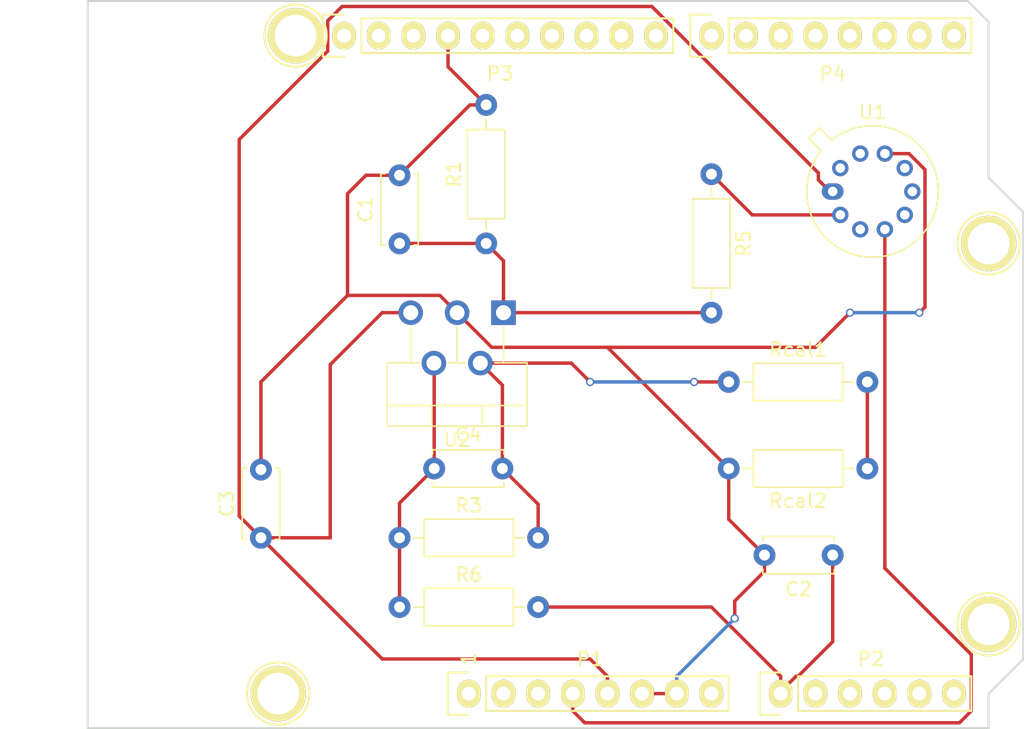
<source format=kicad_pcb>
(kicad_pcb (version 20171130) (host pcbnew 5.1.5-52549c5~84~ubuntu18.04.1)

  (general
    (thickness 1.6)
    (drawings 27)
    (tracks 89)
    (zones 0)
    (modules 20)
    (nets 10)
  )

  (page A4)
  (title_block
    (date "lun. 30 mars 2015")
  )

  (layers
    (0 F.Cu signal)
    (31 B.Cu signal)
    (32 B.Adhes user)
    (33 F.Adhes user)
    (34 B.Paste user)
    (35 F.Paste user)
    (36 B.SilkS user)
    (37 F.SilkS user)
    (38 B.Mask user)
    (39 F.Mask user)
    (40 Dwgs.User user)
    (41 Cmts.User user)
    (42 Eco1.User user)
    (43 Eco2.User user)
    (44 Edge.Cuts user)
    (45 Margin user)
    (46 B.CrtYd user)
    (47 F.CrtYd user)
    (48 B.Fab user)
    (49 F.Fab user)
  )

  (setup
    (last_trace_width 0.25)
    (user_trace_width 0.5)
    (trace_clearance 0.2)
    (zone_clearance 0.508)
    (zone_45_only no)
    (trace_min 0.2)
    (via_size 0.6)
    (via_drill 0.4)
    (via_min_size 0.4)
    (via_min_drill 0.3)
    (uvia_size 0.3)
    (uvia_drill 0.1)
    (uvias_allowed no)
    (uvia_min_size 0.2)
    (uvia_min_drill 0.1)
    (edge_width 0.15)
    (segment_width 0.15)
    (pcb_text_width 0.3)
    (pcb_text_size 1.5 1.5)
    (mod_edge_width 0.15)
    (mod_text_size 1 1)
    (mod_text_width 0.15)
    (pad_size 4.064 4.064)
    (pad_drill 3.048)
    (pad_to_mask_clearance 0)
    (aux_axis_origin 110.998 126.365)
    (grid_origin 110.998 126.365)
    (visible_elements FFFFFF7F)
    (pcbplotparams
      (layerselection 0x00030_80000001)
      (usegerberextensions false)
      (usegerberattributes false)
      (usegerberadvancedattributes false)
      (creategerberjobfile false)
      (excludeedgelayer true)
      (linewidth 0.100000)
      (plotframeref false)
      (viasonmask false)
      (mode 1)
      (useauxorigin false)
      (hpglpennumber 1)
      (hpglpenspeed 20)
      (hpglpendiameter 15.000000)
      (psnegative false)
      (psa4output false)
      (plotreference true)
      (plotvalue true)
      (plotinvisibletext false)
      (padsonsilk false)
      (subtractmaskfromsilk false)
      (outputformat 1)
      (mirror false)
      (drillshape 1)
      (scaleselection 1)
      (outputdirectory ""))
  )

  (net 0 "")
  (net 1 +5V)
  (net 2 GND)
  (net 3 "Net-(C1-Pad1)")
  (net 4 ANx.Arduino)
  (net 5 "Net-(C4-Pad2)")
  (net 6 "Net-(C4-Pad1)")
  (net 7 "Net-(Rcal1-Pad2)")
  (net 8 +3V3)
  (net 9 "Net-(R5-Pad1)")

  (net_class Default "This is the default net class."
    (clearance 0.2)
    (trace_width 0.25)
    (via_dia 0.6)
    (via_drill 0.4)
    (uvia_dia 0.3)
    (uvia_drill 0.1)
    (add_net +3V3)
    (add_net +5V)
    (add_net ANx.Arduino)
    (add_net GND)
    (add_net "Net-(C1-Pad1)")
    (add_net "Net-(C4-Pad1)")
    (add_net "Net-(C4-Pad2)")
    (add_net "Net-(R5-Pad1)")
    (add_net "Net-(Rcal1-Pad2)")
  )

  (module Package_TO_SOT_THT:TO-220-5_P3.4x3.7mm_StaggerOdd_Lead3.8mm_Vertical (layer F.Cu) (tedit 5AF05A31) (tstamp 5DF916F2)
    (at 141.478 95.885 180)
    (descr "TO-220-5, Vertical, RM 1.7mm, Pentawatt, Multiwatt-5, staggered type-1, see http://www.analog.com/media/en/package-pcb-resources/package/pkg_pdf/ltc-legacy-to-220/to-220_5_05-08-1421.pdf?domain=www.linear.com, https://www.diodes.com/assets/Package-Files/TO220-5.pdf")
    (tags "TO-220-5 Vertical RM 1.7mm Pentawatt Multiwatt-5 staggered type-1")
    (path /5DFE907D)
    (fp_text reference U2 (at 3.4 -9.32) (layer F.SilkS)
      (effects (font (size 1 1) (thickness 0.15)))
    )
    (fp_text value LM1875 (at 3.4 2.15) (layer F.Fab)
      (effects (font (size 1 1) (thickness 0.15)))
    )
    (fp_text user %R (at 3.4 -9.32) (layer F.Fab)
      (effects (font (size 1 1) (thickness 0.15)))
    )
    (fp_line (start 8.65 -8.45) (end -1.85 -8.45) (layer F.CrtYd) (width 0.05))
    (fp_line (start 8.65 1.15) (end 8.65 -8.45) (layer F.CrtYd) (width 0.05))
    (fp_line (start -1.85 1.15) (end 8.65 1.15) (layer F.CrtYd) (width 0.05))
    (fp_line (start -1.85 -8.45) (end -1.85 1.15) (layer F.CrtYd) (width 0.05))
    (fp_line (start 6.8 -3.679) (end 6.8 -1.065) (layer F.SilkS) (width 0.12))
    (fp_line (start 3.4 -3.679) (end 3.4 -1.065) (layer F.SilkS) (width 0.12))
    (fp_line (start 0 -3.679) (end 0 -1.049) (layer F.SilkS) (width 0.12))
    (fp_line (start 5.25 -8.32) (end 5.25 -6.811) (layer F.SilkS) (width 0.12))
    (fp_line (start 1.55 -8.32) (end 1.55 -6.811) (layer F.SilkS) (width 0.12))
    (fp_line (start -1.721 -6.811) (end 8.52 -6.811) (layer F.SilkS) (width 0.12))
    (fp_line (start 8.52 -8.32) (end 8.52 -3.679) (layer F.SilkS) (width 0.12))
    (fp_line (start -1.721 -8.32) (end -1.721 -3.679) (layer F.SilkS) (width 0.12))
    (fp_line (start 6.165 -3.679) (end 8.52 -3.679) (layer F.SilkS) (width 0.12))
    (fp_line (start 2.765 -3.679) (end 4.035 -3.679) (layer F.SilkS) (width 0.12))
    (fp_line (start -1.721 -3.679) (end 0.635 -3.679) (layer F.SilkS) (width 0.12))
    (fp_line (start -1.721 -8.32) (end 8.52 -8.32) (layer F.SilkS) (width 0.12))
    (fp_line (start 6.8 -3.8) (end 6.8 0) (layer F.Fab) (width 0.1))
    (fp_line (start 5.1 -3.8) (end 5.1 -3.7) (layer F.Fab) (width 0.1))
    (fp_line (start 3.4 -3.8) (end 3.4 0) (layer F.Fab) (width 0.1))
    (fp_line (start 1.7 -3.8) (end 1.7 -3.7) (layer F.Fab) (width 0.1))
    (fp_line (start 0 -3.8) (end 0 0) (layer F.Fab) (width 0.1))
    (fp_line (start 5.25 -8.2) (end 5.25 -6.93) (layer F.Fab) (width 0.1))
    (fp_line (start 1.55 -8.2) (end 1.55 -6.93) (layer F.Fab) (width 0.1))
    (fp_line (start -1.6 -6.93) (end 8.4 -6.93) (layer F.Fab) (width 0.1))
    (fp_line (start 8.4 -8.2) (end -1.6 -8.2) (layer F.Fab) (width 0.1))
    (fp_line (start 8.4 -3.8) (end 8.4 -8.2) (layer F.Fab) (width 0.1))
    (fp_line (start -1.6 -3.8) (end 8.4 -3.8) (layer F.Fab) (width 0.1))
    (fp_line (start -1.6 -8.2) (end -1.6 -3.8) (layer F.Fab) (width 0.1))
    (pad 5 thru_hole oval (at 6.8 0 180) (size 1.8 1.8) (drill 1.1) (layers *.Cu *.Mask)
      (net 1 +5V))
    (pad 4 thru_hole oval (at 5.1 -3.7 180) (size 1.8 1.8) (drill 1.1) (layers *.Cu *.Mask)
      (net 6 "Net-(C4-Pad1)"))
    (pad 3 thru_hole oval (at 3.4 0 180) (size 1.8 1.8) (drill 1.1) (layers *.Cu *.Mask)
      (net 2 GND))
    (pad 2 thru_hole oval (at 1.7 -3.7 180) (size 1.8 1.8) (drill 1.1) (layers *.Cu *.Mask)
      (net 5 "Net-(C4-Pad2)"))
    (pad 1 thru_hole rect (at 0 0 180) (size 1.8 1.8) (drill 1.1) (layers *.Cu *.Mask)
      (net 3 "Net-(C1-Pad1)"))
    (model ${KISYS3DMOD}/Package_TO_SOT_THT.3dshapes/TO-220-5_P3.4x3.7mm_StaggerOdd_Lead3.8mm_Vertical.wrl
      (at (xyz 0 0 0))
      (scale (xyz 1 1 1))
      (rotate (xyz 0 0 0))
    )
  )

  (module Package_TO_SOT_THT:TO-5-10 (layer F.Cu) (tedit 5A02FF81) (tstamp 5DF916CC)
    (at 165.608 86.995)
    (descr TO-5-10)
    (tags TO-5-10)
    (path /5DFA8349)
    (fp_text reference U1 (at 2.92 -5.82) (layer F.SilkS)
      (effects (font (size 1 1) (thickness 0.15)))
    )
    (fp_text value GasAIME (at 2.92 5.82) (layer F.Fab)
      (effects (font (size 1 1) (thickness 0.15)))
    )
    (fp_arc (start 2.92 0) (end -0.077084 -3.774902) (angle 346.9) (layer F.SilkS) (width 0.12))
    (fp_arc (start 2.92 0) (end -0.085408 -3.61352) (angle 349.5) (layer F.Fab) (width 0.1))
    (fp_circle (center 2.92 0) (end 7.17 0) (layer F.Fab) (width 0.1))
    (fp_line (start 7.87 -4.95) (end -2.04 -4.95) (layer F.CrtYd) (width 0.05))
    (fp_line (start 7.87 4.95) (end 7.87 -4.95) (layer F.CrtYd) (width 0.05))
    (fp_line (start -2.04 4.95) (end 7.87 4.95) (layer F.CrtYd) (width 0.05))
    (fp_line (start -2.04 -4.95) (end -2.04 4.95) (layer F.CrtYd) (width 0.05))
    (fp_line (start -1.745856 -3.888039) (end -0.854902 -2.997084) (layer F.SilkS) (width 0.12))
    (fp_line (start -0.968039 -4.665856) (end -1.745856 -3.888039) (layer F.SilkS) (width 0.12))
    (fp_line (start -0.077084 -3.774902) (end -0.968039 -4.665856) (layer F.SilkS) (width 0.12))
    (fp_line (start -1.499621 -3.81151) (end -0.69352 -3.005408) (layer F.Fab) (width 0.1))
    (fp_line (start -0.89151 -4.419621) (end -1.499621 -3.81151) (layer F.Fab) (width 0.1))
    (fp_line (start -0.085408 -3.61352) (end -0.89151 -4.419621) (layer F.Fab) (width 0.1))
    (fp_text user %R (at 2.92 -5.82) (layer F.Fab)
      (effects (font (size 1 1) (thickness 0.15)))
    )
    (pad 10 thru_hole oval (at 0.55767 -1.716333) (size 1.2 1.2) (drill 0.7) (layers *.Cu *.Mask))
    (pad 9 thru_hole oval (at 2.01767 -2.777085) (size 1.2 1.2) (drill 0.7) (layers *.Cu *.Mask))
    (pad 8 thru_hole oval (at 3.82233 -2.777085) (size 1.2 1.2) (drill 0.7) (layers *.Cu *.Mask)
      (net 2 GND))
    (pad 7 thru_hole oval (at 5.28233 -1.716333) (size 1.2 1.2) (drill 0.7) (layers *.Cu *.Mask))
    (pad 6 thru_hole oval (at 5.84 0) (size 1.2 1.2) (drill 0.7) (layers *.Cu *.Mask))
    (pad 5 thru_hole oval (at 5.28233 1.716333) (size 1.2 1.2) (drill 0.7) (layers *.Cu *.Mask))
    (pad 4 thru_hole oval (at 3.82233 2.777085) (size 1.2 1.2) (drill 0.7) (layers *.Cu *.Mask)
      (net 8 +3V3))
    (pad 3 thru_hole oval (at 2.01767 2.777085) (size 1.2 1.2) (drill 0.7) (layers *.Cu *.Mask))
    (pad 2 thru_hole oval (at 0.55767 1.716333) (size 1.2 1.2) (drill 0.7) (layers *.Cu *.Mask)
      (net 9 "Net-(R5-Pad1)"))
    (pad 1 thru_hole oval (at 0 0) (size 1.6 1.2) (drill 0.7) (layers *.Cu *.Mask)
      (net 1 +5V))
    (model ${KISYS3DMOD}/Package_TO_SOT_THT.3dshapes/TO-5-10.wrl
      (at (xyz 0 0 0))
      (scale (xyz 1 1 1))
      (rotate (xyz 0 0 0))
    )
  )

  (module Resistor_THT:R_Axial_DIN0207_L6.3mm_D2.5mm_P10.16mm_Horizontal (layer F.Cu) (tedit 5AE5139B) (tstamp 5DF916B0)
    (at 168.148 107.315 180)
    (descr "Resistor, Axial_DIN0207 series, Axial, Horizontal, pin pitch=10.16mm, 0.25W = 1/4W, length*diameter=6.3*2.5mm^2, http://cdn-reichelt.de/documents/datenblatt/B400/1_4W%23YAG.pdf")
    (tags "Resistor Axial_DIN0207 series Axial Horizontal pin pitch 10.16mm 0.25W = 1/4W length 6.3mm diameter 2.5mm")
    (path /5DFEE007)
    (fp_text reference Rcal2 (at 5.08 -2.37) (layer F.SilkS)
      (effects (font (size 1 1) (thickness 0.15)))
    )
    (fp_text value 100k (at 5.08 2.37) (layer F.Fab)
      (effects (font (size 1 1) (thickness 0.15)))
    )
    (fp_text user %R (at 5.08 0) (layer F.Fab)
      (effects (font (size 1 1) (thickness 0.15)))
    )
    (fp_line (start 11.21 -1.5) (end -1.05 -1.5) (layer F.CrtYd) (width 0.05))
    (fp_line (start 11.21 1.5) (end 11.21 -1.5) (layer F.CrtYd) (width 0.05))
    (fp_line (start -1.05 1.5) (end 11.21 1.5) (layer F.CrtYd) (width 0.05))
    (fp_line (start -1.05 -1.5) (end -1.05 1.5) (layer F.CrtYd) (width 0.05))
    (fp_line (start 9.12 0) (end 8.35 0) (layer F.SilkS) (width 0.12))
    (fp_line (start 1.04 0) (end 1.81 0) (layer F.SilkS) (width 0.12))
    (fp_line (start 8.35 -1.37) (end 1.81 -1.37) (layer F.SilkS) (width 0.12))
    (fp_line (start 8.35 1.37) (end 8.35 -1.37) (layer F.SilkS) (width 0.12))
    (fp_line (start 1.81 1.37) (end 8.35 1.37) (layer F.SilkS) (width 0.12))
    (fp_line (start 1.81 -1.37) (end 1.81 1.37) (layer F.SilkS) (width 0.12))
    (fp_line (start 10.16 0) (end 8.23 0) (layer F.Fab) (width 0.1))
    (fp_line (start 0 0) (end 1.93 0) (layer F.Fab) (width 0.1))
    (fp_line (start 8.23 -1.25) (end 1.93 -1.25) (layer F.Fab) (width 0.1))
    (fp_line (start 8.23 1.25) (end 8.23 -1.25) (layer F.Fab) (width 0.1))
    (fp_line (start 1.93 1.25) (end 8.23 1.25) (layer F.Fab) (width 0.1))
    (fp_line (start 1.93 -1.25) (end 1.93 1.25) (layer F.Fab) (width 0.1))
    (pad 2 thru_hole oval (at 10.16 0 180) (size 1.6 1.6) (drill 0.8) (layers *.Cu *.Mask)
      (net 2 GND))
    (pad 1 thru_hole circle (at 0 0 180) (size 1.6 1.6) (drill 0.8) (layers *.Cu *.Mask)
      (net 7 "Net-(Rcal1-Pad2)"))
    (model ${KISYS3DMOD}/Resistor_THT.3dshapes/R_Axial_DIN0207_L6.3mm_D2.5mm_P10.16mm_Horizontal.wrl
      (at (xyz 0 0 0))
      (scale (xyz 1 1 1))
      (rotate (xyz 0 0 0))
    )
  )

  (module Resistor_THT:R_Axial_DIN0207_L6.3mm_D2.5mm_P10.16mm_Horizontal (layer F.Cu) (tedit 5AE5139B) (tstamp 5DF91699)
    (at 157.988 100.965)
    (descr "Resistor, Axial_DIN0207 series, Axial, Horizontal, pin pitch=10.16mm, 0.25W = 1/4W, length*diameter=6.3*2.5mm^2, http://cdn-reichelt.de/documents/datenblatt/B400/1_4W%23YAG.pdf")
    (tags "Resistor Axial_DIN0207 series Axial Horizontal pin pitch 10.16mm 0.25W = 1/4W length 6.3mm diameter 2.5mm")
    (path /5DFECC7C)
    (fp_text reference Rcal1 (at 5.08 -2.37) (layer F.SilkS)
      (effects (font (size 1 1) (thickness 0.15)))
    )
    (fp_text value 100k (at 5.08 2.37) (layer F.Fab)
      (effects (font (size 1 1) (thickness 0.15)))
    )
    (fp_text user %R (at 5.08 0 180) (layer F.Fab)
      (effects (font (size 1 1) (thickness 0.15)))
    )
    (fp_line (start 11.21 -1.5) (end -1.05 -1.5) (layer F.CrtYd) (width 0.05))
    (fp_line (start 11.21 1.5) (end 11.21 -1.5) (layer F.CrtYd) (width 0.05))
    (fp_line (start -1.05 1.5) (end 11.21 1.5) (layer F.CrtYd) (width 0.05))
    (fp_line (start -1.05 -1.5) (end -1.05 1.5) (layer F.CrtYd) (width 0.05))
    (fp_line (start 9.12 0) (end 8.35 0) (layer F.SilkS) (width 0.12))
    (fp_line (start 1.04 0) (end 1.81 0) (layer F.SilkS) (width 0.12))
    (fp_line (start 8.35 -1.37) (end 1.81 -1.37) (layer F.SilkS) (width 0.12))
    (fp_line (start 8.35 1.37) (end 8.35 -1.37) (layer F.SilkS) (width 0.12))
    (fp_line (start 1.81 1.37) (end 8.35 1.37) (layer F.SilkS) (width 0.12))
    (fp_line (start 1.81 -1.37) (end 1.81 1.37) (layer F.SilkS) (width 0.12))
    (fp_line (start 10.16 0) (end 8.23 0) (layer F.Fab) (width 0.1))
    (fp_line (start 0 0) (end 1.93 0) (layer F.Fab) (width 0.1))
    (fp_line (start 8.23 -1.25) (end 1.93 -1.25) (layer F.Fab) (width 0.1))
    (fp_line (start 8.23 1.25) (end 8.23 -1.25) (layer F.Fab) (width 0.1))
    (fp_line (start 1.93 1.25) (end 8.23 1.25) (layer F.Fab) (width 0.1))
    (fp_line (start 1.93 -1.25) (end 1.93 1.25) (layer F.Fab) (width 0.1))
    (pad 2 thru_hole oval (at 10.16 0) (size 1.6 1.6) (drill 0.8) (layers *.Cu *.Mask)
      (net 7 "Net-(Rcal1-Pad2)"))
    (pad 1 thru_hole circle (at 0 0) (size 1.6 1.6) (drill 0.8) (layers *.Cu *.Mask)
      (net 5 "Net-(C4-Pad2)"))
    (model ${KISYS3DMOD}/Resistor_THT.3dshapes/R_Axial_DIN0207_L6.3mm_D2.5mm_P10.16mm_Horizontal.wrl
      (at (xyz 0 0 0))
      (scale (xyz 1 1 1))
      (rotate (xyz 0 0 0))
    )
  )

  (module Resistor_THT:R_Axial_DIN0207_L6.3mm_D2.5mm_P10.16mm_Horizontal (layer F.Cu) (tedit 5AE5139B) (tstamp 5DF91682)
    (at 133.858 117.475)
    (descr "Resistor, Axial_DIN0207 series, Axial, Horizontal, pin pitch=10.16mm, 0.25W = 1/4W, length*diameter=6.3*2.5mm^2, http://cdn-reichelt.de/documents/datenblatt/B400/1_4W%23YAG.pdf")
    (tags "Resistor Axial_DIN0207 series Axial Horizontal pin pitch 10.16mm 0.25W = 1/4W length 6.3mm diameter 2.5mm")
    (path /5E0295B3)
    (fp_text reference R6 (at 5.08 -2.37) (layer F.SilkS)
      (effects (font (size 1 1) (thickness 0.15)))
    )
    (fp_text value 1k (at 5.08 2.37) (layer F.Fab)
      (effects (font (size 1 1) (thickness 0.15)))
    )
    (fp_text user %R (at 5.08 0) (layer F.Fab)
      (effects (font (size 1 1) (thickness 0.15)))
    )
    (fp_line (start 11.21 -1.5) (end -1.05 -1.5) (layer F.CrtYd) (width 0.05))
    (fp_line (start 11.21 1.5) (end 11.21 -1.5) (layer F.CrtYd) (width 0.05))
    (fp_line (start -1.05 1.5) (end 11.21 1.5) (layer F.CrtYd) (width 0.05))
    (fp_line (start -1.05 -1.5) (end -1.05 1.5) (layer F.CrtYd) (width 0.05))
    (fp_line (start 9.12 0) (end 8.35 0) (layer F.SilkS) (width 0.12))
    (fp_line (start 1.04 0) (end 1.81 0) (layer F.SilkS) (width 0.12))
    (fp_line (start 8.35 -1.37) (end 1.81 -1.37) (layer F.SilkS) (width 0.12))
    (fp_line (start 8.35 1.37) (end 8.35 -1.37) (layer F.SilkS) (width 0.12))
    (fp_line (start 1.81 1.37) (end 8.35 1.37) (layer F.SilkS) (width 0.12))
    (fp_line (start 1.81 -1.37) (end 1.81 1.37) (layer F.SilkS) (width 0.12))
    (fp_line (start 10.16 0) (end 8.23 0) (layer F.Fab) (width 0.1))
    (fp_line (start 0 0) (end 1.93 0) (layer F.Fab) (width 0.1))
    (fp_line (start 8.23 -1.25) (end 1.93 -1.25) (layer F.Fab) (width 0.1))
    (fp_line (start 8.23 1.25) (end 8.23 -1.25) (layer F.Fab) (width 0.1))
    (fp_line (start 1.93 1.25) (end 8.23 1.25) (layer F.Fab) (width 0.1))
    (fp_line (start 1.93 -1.25) (end 1.93 1.25) (layer F.Fab) (width 0.1))
    (pad 2 thru_hole oval (at 10.16 0) (size 1.6 1.6) (drill 0.8) (layers *.Cu *.Mask)
      (net 4 ANx.Arduino))
    (pad 1 thru_hole circle (at 0 0) (size 1.6 1.6) (drill 0.8) (layers *.Cu *.Mask)
      (net 6 "Net-(C4-Pad1)"))
    (model ${KISYS3DMOD}/Resistor_THT.3dshapes/R_Axial_DIN0207_L6.3mm_D2.5mm_P10.16mm_Horizontal.wrl
      (at (xyz 0 0 0))
      (scale (xyz 1 1 1))
      (rotate (xyz 0 0 0))
    )
  )

  (module Resistor_THT:R_Axial_DIN0207_L6.3mm_D2.5mm_P10.16mm_Horizontal (layer F.Cu) (tedit 5AE5139B) (tstamp 5DF9166B)
    (at 156.718 85.725 270)
    (descr "Resistor, Axial_DIN0207 series, Axial, Horizontal, pin pitch=10.16mm, 0.25W = 1/4W, length*diameter=6.3*2.5mm^2, http://cdn-reichelt.de/documents/datenblatt/B400/1_4W%23YAG.pdf")
    (tags "Resistor Axial_DIN0207 series Axial Horizontal pin pitch 10.16mm 0.25W = 1/4W length 6.3mm diameter 2.5mm")
    (path /5DFFBD6E)
    (fp_text reference R5 (at 5.08 -2.37 90) (layer F.SilkS)
      (effects (font (size 1 1) (thickness 0.15)))
    )
    (fp_text value 10k (at 5.08 2.37 90) (layer F.Fab)
      (effects (font (size 1 1) (thickness 0.15)))
    )
    (fp_text user %R (at 5.08 0 90) (layer F.Fab)
      (effects (font (size 1 1) (thickness 0.15)))
    )
    (fp_line (start 11.21 -1.5) (end -1.05 -1.5) (layer F.CrtYd) (width 0.05))
    (fp_line (start 11.21 1.5) (end 11.21 -1.5) (layer F.CrtYd) (width 0.05))
    (fp_line (start -1.05 1.5) (end 11.21 1.5) (layer F.CrtYd) (width 0.05))
    (fp_line (start -1.05 -1.5) (end -1.05 1.5) (layer F.CrtYd) (width 0.05))
    (fp_line (start 9.12 0) (end 8.35 0) (layer F.SilkS) (width 0.12))
    (fp_line (start 1.04 0) (end 1.81 0) (layer F.SilkS) (width 0.12))
    (fp_line (start 8.35 -1.37) (end 1.81 -1.37) (layer F.SilkS) (width 0.12))
    (fp_line (start 8.35 1.37) (end 8.35 -1.37) (layer F.SilkS) (width 0.12))
    (fp_line (start 1.81 1.37) (end 8.35 1.37) (layer F.SilkS) (width 0.12))
    (fp_line (start 1.81 -1.37) (end 1.81 1.37) (layer F.SilkS) (width 0.12))
    (fp_line (start 10.16 0) (end 8.23 0) (layer F.Fab) (width 0.1))
    (fp_line (start 0 0) (end 1.93 0) (layer F.Fab) (width 0.1))
    (fp_line (start 8.23 -1.25) (end 1.93 -1.25) (layer F.Fab) (width 0.1))
    (fp_line (start 8.23 1.25) (end 8.23 -1.25) (layer F.Fab) (width 0.1))
    (fp_line (start 1.93 1.25) (end 8.23 1.25) (layer F.Fab) (width 0.1))
    (fp_line (start 1.93 -1.25) (end 1.93 1.25) (layer F.Fab) (width 0.1))
    (pad 2 thru_hole oval (at 10.16 0 270) (size 1.6 1.6) (drill 0.8) (layers *.Cu *.Mask)
      (net 3 "Net-(C1-Pad1)"))
    (pad 1 thru_hole circle (at 0 0 270) (size 1.6 1.6) (drill 0.8) (layers *.Cu *.Mask)
      (net 9 "Net-(R5-Pad1)"))
    (model ${KISYS3DMOD}/Resistor_THT.3dshapes/R_Axial_DIN0207_L6.3mm_D2.5mm_P10.16mm_Horizontal.wrl
      (at (xyz 0 0 0))
      (scale (xyz 1 1 1))
      (rotate (xyz 0 0 0))
    )
  )

  (module Resistor_THT:R_Axial_DIN0207_L6.3mm_D2.5mm_P10.16mm_Horizontal (layer F.Cu) (tedit 5AE5139B) (tstamp 5DF91654)
    (at 133.858 112.395)
    (descr "Resistor, Axial_DIN0207 series, Axial, Horizontal, pin pitch=10.16mm, 0.25W = 1/4W, length*diameter=6.3*2.5mm^2, http://cdn-reichelt.de/documents/datenblatt/B400/1_4W%23YAG.pdf")
    (tags "Resistor Axial_DIN0207 series Axial Horizontal pin pitch 10.16mm 0.25W = 1/4W length 6.3mm diameter 2.5mm")
    (path /5DFEA620)
    (fp_text reference R3 (at 5.08 -2.37) (layer F.SilkS)
      (effects (font (size 1 1) (thickness 0.15)))
    )
    (fp_text value 100k (at 5.08 2.37) (layer F.Fab)
      (effects (font (size 1 1) (thickness 0.15)))
    )
    (fp_text user %R (at 5.08 0) (layer F.Fab)
      (effects (font (size 1 1) (thickness 0.15)))
    )
    (fp_line (start 11.21 -1.5) (end -1.05 -1.5) (layer F.CrtYd) (width 0.05))
    (fp_line (start 11.21 1.5) (end 11.21 -1.5) (layer F.CrtYd) (width 0.05))
    (fp_line (start -1.05 1.5) (end 11.21 1.5) (layer F.CrtYd) (width 0.05))
    (fp_line (start -1.05 -1.5) (end -1.05 1.5) (layer F.CrtYd) (width 0.05))
    (fp_line (start 9.12 0) (end 8.35 0) (layer F.SilkS) (width 0.12))
    (fp_line (start 1.04 0) (end 1.81 0) (layer F.SilkS) (width 0.12))
    (fp_line (start 8.35 -1.37) (end 1.81 -1.37) (layer F.SilkS) (width 0.12))
    (fp_line (start 8.35 1.37) (end 8.35 -1.37) (layer F.SilkS) (width 0.12))
    (fp_line (start 1.81 1.37) (end 8.35 1.37) (layer F.SilkS) (width 0.12))
    (fp_line (start 1.81 -1.37) (end 1.81 1.37) (layer F.SilkS) (width 0.12))
    (fp_line (start 10.16 0) (end 8.23 0) (layer F.Fab) (width 0.1))
    (fp_line (start 0 0) (end 1.93 0) (layer F.Fab) (width 0.1))
    (fp_line (start 8.23 -1.25) (end 1.93 -1.25) (layer F.Fab) (width 0.1))
    (fp_line (start 8.23 1.25) (end 8.23 -1.25) (layer F.Fab) (width 0.1))
    (fp_line (start 1.93 1.25) (end 8.23 1.25) (layer F.Fab) (width 0.1))
    (fp_line (start 1.93 -1.25) (end 1.93 1.25) (layer F.Fab) (width 0.1))
    (pad 2 thru_hole oval (at 10.16 0) (size 1.6 1.6) (drill 0.8) (layers *.Cu *.Mask)
      (net 5 "Net-(C4-Pad2)"))
    (pad 1 thru_hole circle (at 0 0) (size 1.6 1.6) (drill 0.8) (layers *.Cu *.Mask)
      (net 6 "Net-(C4-Pad1)"))
    (model ${KISYS3DMOD}/Resistor_THT.3dshapes/R_Axial_DIN0207_L6.3mm_D2.5mm_P10.16mm_Horizontal.wrl
      (at (xyz 0 0 0))
      (scale (xyz 1 1 1))
      (rotate (xyz 0 0 0))
    )
  )

  (module Resistor_THT:R_Axial_DIN0207_L6.3mm_D2.5mm_P10.16mm_Horizontal (layer F.Cu) (tedit 5AE5139B) (tstamp 5DF9163D)
    (at 140.208 90.805 90)
    (descr "Resistor, Axial_DIN0207 series, Axial, Horizontal, pin pitch=10.16mm, 0.25W = 1/4W, length*diameter=6.3*2.5mm^2, http://cdn-reichelt.de/documents/datenblatt/B400/1_4W%23YAG.pdf")
    (tags "Resistor Axial_DIN0207 series Axial Horizontal pin pitch 10.16mm 0.25W = 1/4W length 6.3mm diameter 2.5mm")
    (path /5E004A85)
    (fp_text reference R1 (at 5.08 -2.37 90) (layer F.SilkS)
      (effects (font (size 1 1) (thickness 0.15)))
    )
    (fp_text value 100k (at 5.08 2.37 90) (layer F.Fab)
      (effects (font (size 1 1) (thickness 0.15)))
    )
    (fp_text user %R (at 5.08 0 90) (layer F.Fab)
      (effects (font (size 1 1) (thickness 0.15)))
    )
    (fp_line (start 11.21 -1.5) (end -1.05 -1.5) (layer F.CrtYd) (width 0.05))
    (fp_line (start 11.21 1.5) (end 11.21 -1.5) (layer F.CrtYd) (width 0.05))
    (fp_line (start -1.05 1.5) (end 11.21 1.5) (layer F.CrtYd) (width 0.05))
    (fp_line (start -1.05 -1.5) (end -1.05 1.5) (layer F.CrtYd) (width 0.05))
    (fp_line (start 9.12 0) (end 8.35 0) (layer F.SilkS) (width 0.12))
    (fp_line (start 1.04 0) (end 1.81 0) (layer F.SilkS) (width 0.12))
    (fp_line (start 8.35 -1.37) (end 1.81 -1.37) (layer F.SilkS) (width 0.12))
    (fp_line (start 8.35 1.37) (end 8.35 -1.37) (layer F.SilkS) (width 0.12))
    (fp_line (start 1.81 1.37) (end 8.35 1.37) (layer F.SilkS) (width 0.12))
    (fp_line (start 1.81 -1.37) (end 1.81 1.37) (layer F.SilkS) (width 0.12))
    (fp_line (start 10.16 0) (end 8.23 0) (layer F.Fab) (width 0.1))
    (fp_line (start 0 0) (end 1.93 0) (layer F.Fab) (width 0.1))
    (fp_line (start 8.23 -1.25) (end 1.93 -1.25) (layer F.Fab) (width 0.1))
    (fp_line (start 8.23 1.25) (end 8.23 -1.25) (layer F.Fab) (width 0.1))
    (fp_line (start 1.93 1.25) (end 8.23 1.25) (layer F.Fab) (width 0.1))
    (fp_line (start 1.93 -1.25) (end 1.93 1.25) (layer F.Fab) (width 0.1))
    (pad 2 thru_hole oval (at 10.16 0 90) (size 1.6 1.6) (drill 0.8) (layers *.Cu *.Mask)
      (net 2 GND))
    (pad 1 thru_hole circle (at 0 0 90) (size 1.6 1.6) (drill 0.8) (layers *.Cu *.Mask)
      (net 3 "Net-(C1-Pad1)"))
    (model ${KISYS3DMOD}/Resistor_THT.3dshapes/R_Axial_DIN0207_L6.3mm_D2.5mm_P10.16mm_Horizontal.wrl
      (at (xyz 0 0 0))
      (scale (xyz 1 1 1))
      (rotate (xyz 0 0 0))
    )
  )

  (module Capacitor_THT:C_Disc_D5.0mm_W2.5mm_P5.00mm (layer F.Cu) (tedit 5AE50EF0) (tstamp 5DF9154E)
    (at 136.398 107.315)
    (descr "C, Disc series, Radial, pin pitch=5.00mm, , diameter*width=5*2.5mm^2, Capacitor, http://cdn-reichelt.de/documents/datenblatt/B300/DS_KERKO_TC.pdf")
    (tags "C Disc series Radial pin pitch 5.00mm  diameter 5mm width 2.5mm Capacitor")
    (path /5E022C82)
    (fp_text reference C4 (at 2.5 -2.5) (layer F.SilkS)
      (effects (font (size 1 1) (thickness 0.15)))
    )
    (fp_text value 1u (at 2.5 2.5) (layer F.Fab)
      (effects (font (size 1 1) (thickness 0.15)))
    )
    (fp_text user %R (at 2.5 0) (layer F.Fab)
      (effects (font (size 1 1) (thickness 0.15)))
    )
    (fp_line (start 6.05 -1.5) (end -1.05 -1.5) (layer F.CrtYd) (width 0.05))
    (fp_line (start 6.05 1.5) (end 6.05 -1.5) (layer F.CrtYd) (width 0.05))
    (fp_line (start -1.05 1.5) (end 6.05 1.5) (layer F.CrtYd) (width 0.05))
    (fp_line (start -1.05 -1.5) (end -1.05 1.5) (layer F.CrtYd) (width 0.05))
    (fp_line (start 5.12 1.055) (end 5.12 1.37) (layer F.SilkS) (width 0.12))
    (fp_line (start 5.12 -1.37) (end 5.12 -1.055) (layer F.SilkS) (width 0.12))
    (fp_line (start -0.12 1.055) (end -0.12 1.37) (layer F.SilkS) (width 0.12))
    (fp_line (start -0.12 -1.37) (end -0.12 -1.055) (layer F.SilkS) (width 0.12))
    (fp_line (start -0.12 1.37) (end 5.12 1.37) (layer F.SilkS) (width 0.12))
    (fp_line (start -0.12 -1.37) (end 5.12 -1.37) (layer F.SilkS) (width 0.12))
    (fp_line (start 5 -1.25) (end 0 -1.25) (layer F.Fab) (width 0.1))
    (fp_line (start 5 1.25) (end 5 -1.25) (layer F.Fab) (width 0.1))
    (fp_line (start 0 1.25) (end 5 1.25) (layer F.Fab) (width 0.1))
    (fp_line (start 0 -1.25) (end 0 1.25) (layer F.Fab) (width 0.1))
    (pad 2 thru_hole circle (at 5 0) (size 1.6 1.6) (drill 0.8) (layers *.Cu *.Mask)
      (net 5 "Net-(C4-Pad2)"))
    (pad 1 thru_hole circle (at 0 0) (size 1.6 1.6) (drill 0.8) (layers *.Cu *.Mask)
      (net 6 "Net-(C4-Pad1)"))
    (model ${KISYS3DMOD}/Capacitor_THT.3dshapes/C_Disc_D5.0mm_W2.5mm_P5.00mm.wrl
      (at (xyz 0 0 0))
      (scale (xyz 1 1 1))
      (rotate (xyz 0 0 0))
    )
  )

  (module Capacitor_THT:C_Disc_D5.0mm_W2.5mm_P5.00mm (layer F.Cu) (tedit 5AE50EF0) (tstamp 5DF91539)
    (at 123.698 112.395 90)
    (descr "C, Disc series, Radial, pin pitch=5.00mm, , diameter*width=5*2.5mm^2, Capacitor, http://cdn-reichelt.de/documents/datenblatt/B300/DS_KERKO_TC.pdf")
    (tags "C Disc series Radial pin pitch 5.00mm  diameter 5mm width 2.5mm Capacitor")
    (path /5E03CE98)
    (fp_text reference C3 (at 2.5 -2.5 90) (layer F.SilkS)
      (effects (font (size 1 1) (thickness 0.15)))
    )
    (fp_text value 100n (at 2.5 2.5 90) (layer F.Fab)
      (effects (font (size 1 1) (thickness 0.15)))
    )
    (fp_text user %R (at 2.5 0 90) (layer F.Fab)
      (effects (font (size 1 1) (thickness 0.15)))
    )
    (fp_line (start 6.05 -1.5) (end -1.05 -1.5) (layer F.CrtYd) (width 0.05))
    (fp_line (start 6.05 1.5) (end 6.05 -1.5) (layer F.CrtYd) (width 0.05))
    (fp_line (start -1.05 1.5) (end 6.05 1.5) (layer F.CrtYd) (width 0.05))
    (fp_line (start -1.05 -1.5) (end -1.05 1.5) (layer F.CrtYd) (width 0.05))
    (fp_line (start 5.12 1.055) (end 5.12 1.37) (layer F.SilkS) (width 0.12))
    (fp_line (start 5.12 -1.37) (end 5.12 -1.055) (layer F.SilkS) (width 0.12))
    (fp_line (start -0.12 1.055) (end -0.12 1.37) (layer F.SilkS) (width 0.12))
    (fp_line (start -0.12 -1.37) (end -0.12 -1.055) (layer F.SilkS) (width 0.12))
    (fp_line (start -0.12 1.37) (end 5.12 1.37) (layer F.SilkS) (width 0.12))
    (fp_line (start -0.12 -1.37) (end 5.12 -1.37) (layer F.SilkS) (width 0.12))
    (fp_line (start 5 -1.25) (end 0 -1.25) (layer F.Fab) (width 0.1))
    (fp_line (start 5 1.25) (end 5 -1.25) (layer F.Fab) (width 0.1))
    (fp_line (start 0 1.25) (end 5 1.25) (layer F.Fab) (width 0.1))
    (fp_line (start 0 -1.25) (end 0 1.25) (layer F.Fab) (width 0.1))
    (pad 2 thru_hole circle (at 5 0 90) (size 1.6 1.6) (drill 0.8) (layers *.Cu *.Mask)
      (net 2 GND))
    (pad 1 thru_hole circle (at 0 0 90) (size 1.6 1.6) (drill 0.8) (layers *.Cu *.Mask)
      (net 1 +5V))
    (model ${KISYS3DMOD}/Capacitor_THT.3dshapes/C_Disc_D5.0mm_W2.5mm_P5.00mm.wrl
      (at (xyz 0 0 0))
      (scale (xyz 1 1 1))
      (rotate (xyz 0 0 0))
    )
  )

  (module Capacitor_THT:C_Disc_D5.0mm_W2.5mm_P5.00mm (layer F.Cu) (tedit 5AE50EF0) (tstamp 5E1365EA)
    (at 165.608 113.665 180)
    (descr "C, Disc series, Radial, pin pitch=5.00mm, , diameter*width=5*2.5mm^2, Capacitor, http://cdn-reichelt.de/documents/datenblatt/B300/DS_KERKO_TC.pdf")
    (tags "C Disc series Radial pin pitch 5.00mm  diameter 5mm width 2.5mm Capacitor")
    (path /5E030CBC)
    (fp_text reference C2 (at 2.5 -2.5) (layer F.SilkS)
      (effects (font (size 1 1) (thickness 0.15)))
    )
    (fp_text value 100n (at 2.5 2.5) (layer F.Fab)
      (effects (font (size 1 1) (thickness 0.15)))
    )
    (fp_text user %R (at 2.5 0) (layer F.Fab)
      (effects (font (size 1 1) (thickness 0.15)))
    )
    (fp_line (start 6.05 -1.5) (end -1.05 -1.5) (layer F.CrtYd) (width 0.05))
    (fp_line (start 6.05 1.5) (end 6.05 -1.5) (layer F.CrtYd) (width 0.05))
    (fp_line (start -1.05 1.5) (end 6.05 1.5) (layer F.CrtYd) (width 0.05))
    (fp_line (start -1.05 -1.5) (end -1.05 1.5) (layer F.CrtYd) (width 0.05))
    (fp_line (start 5.12 1.055) (end 5.12 1.37) (layer F.SilkS) (width 0.12))
    (fp_line (start 5.12 -1.37) (end 5.12 -1.055) (layer F.SilkS) (width 0.12))
    (fp_line (start -0.12 1.055) (end -0.12 1.37) (layer F.SilkS) (width 0.12))
    (fp_line (start -0.12 -1.37) (end -0.12 -1.055) (layer F.SilkS) (width 0.12))
    (fp_line (start -0.12 1.37) (end 5.12 1.37) (layer F.SilkS) (width 0.12))
    (fp_line (start -0.12 -1.37) (end 5.12 -1.37) (layer F.SilkS) (width 0.12))
    (fp_line (start 5 -1.25) (end 0 -1.25) (layer F.Fab) (width 0.1))
    (fp_line (start 5 1.25) (end 5 -1.25) (layer F.Fab) (width 0.1))
    (fp_line (start 0 1.25) (end 5 1.25) (layer F.Fab) (width 0.1))
    (fp_line (start 0 -1.25) (end 0 1.25) (layer F.Fab) (width 0.1))
    (pad 2 thru_hole circle (at 5 0 180) (size 1.6 1.6) (drill 0.8) (layers *.Cu *.Mask)
      (net 2 GND))
    (pad 1 thru_hole circle (at 0 0 180) (size 1.6 1.6) (drill 0.8) (layers *.Cu *.Mask)
      (net 4 ANx.Arduino))
    (model ${KISYS3DMOD}/Capacitor_THT.3dshapes/C_Disc_D5.0mm_W2.5mm_P5.00mm.wrl
      (at (xyz 0 0 0))
      (scale (xyz 1 1 1))
      (rotate (xyz 0 0 0))
    )
  )

  (module Capacitor_THT:C_Disc_D5.0mm_W2.5mm_P5.00mm (layer F.Cu) (tedit 5AE50EF0) (tstamp 5DF9150F)
    (at 133.858 90.805 90)
    (descr "C, Disc series, Radial, pin pitch=5.00mm, , diameter*width=5*2.5mm^2, Capacitor, http://cdn-reichelt.de/documents/datenblatt/B300/DS_KERKO_TC.pdf")
    (tags "C Disc series Radial pin pitch 5.00mm  diameter 5mm width 2.5mm Capacitor")
    (path /5E00EC1B)
    (fp_text reference C1 (at 2.5 -2.5 90) (layer F.SilkS)
      (effects (font (size 1 1) (thickness 0.15)))
    )
    (fp_text value 100n (at 2.5 2.5 90) (layer F.Fab)
      (effects (font (size 1 1) (thickness 0.15)))
    )
    (fp_text user %R (at 2.5 0 90) (layer F.Fab)
      (effects (font (size 1 1) (thickness 0.15)))
    )
    (fp_line (start 6.05 -1.5) (end -1.05 -1.5) (layer F.CrtYd) (width 0.05))
    (fp_line (start 6.05 1.5) (end 6.05 -1.5) (layer F.CrtYd) (width 0.05))
    (fp_line (start -1.05 1.5) (end 6.05 1.5) (layer F.CrtYd) (width 0.05))
    (fp_line (start -1.05 -1.5) (end -1.05 1.5) (layer F.CrtYd) (width 0.05))
    (fp_line (start 5.12 1.055) (end 5.12 1.37) (layer F.SilkS) (width 0.12))
    (fp_line (start 5.12 -1.37) (end 5.12 -1.055) (layer F.SilkS) (width 0.12))
    (fp_line (start -0.12 1.055) (end -0.12 1.37) (layer F.SilkS) (width 0.12))
    (fp_line (start -0.12 -1.37) (end -0.12 -1.055) (layer F.SilkS) (width 0.12))
    (fp_line (start -0.12 1.37) (end 5.12 1.37) (layer F.SilkS) (width 0.12))
    (fp_line (start -0.12 -1.37) (end 5.12 -1.37) (layer F.SilkS) (width 0.12))
    (fp_line (start 5 -1.25) (end 0 -1.25) (layer F.Fab) (width 0.1))
    (fp_line (start 5 1.25) (end 5 -1.25) (layer F.Fab) (width 0.1))
    (fp_line (start 0 1.25) (end 5 1.25) (layer F.Fab) (width 0.1))
    (fp_line (start 0 -1.25) (end 0 1.25) (layer F.Fab) (width 0.1))
    (pad 2 thru_hole circle (at 5 0 90) (size 1.6 1.6) (drill 0.8) (layers *.Cu *.Mask)
      (net 2 GND))
    (pad 1 thru_hole circle (at 0 0 90) (size 1.6 1.6) (drill 0.8) (layers *.Cu *.Mask)
      (net 3 "Net-(C1-Pad1)"))
    (model ${KISYS3DMOD}/Capacitor_THT.3dshapes/C_Disc_D5.0mm_W2.5mm_P5.00mm.wrl
      (at (xyz 0 0 0))
      (scale (xyz 1 1 1))
      (rotate (xyz 0 0 0))
    )
  )

  (module Socket_Arduino_Uno:Socket_Strip_Arduino_1x08 locked (layer F.Cu) (tedit 552168D2) (tstamp 551AF9EA)
    (at 138.938 123.825)
    (descr "Through hole socket strip")
    (tags "socket strip")
    (path /56D70129)
    (fp_text reference P1 (at 8.89 -2.54) (layer F.SilkS)
      (effects (font (size 1 1) (thickness 0.15)))
    )
    (fp_text value Power (at 8.89 -4.064) (layer F.Fab)
      (effects (font (size 1 1) (thickness 0.15)))
    )
    (fp_line (start -1.75 -1.75) (end -1.75 1.75) (layer F.CrtYd) (width 0.05))
    (fp_line (start 19.55 -1.75) (end 19.55 1.75) (layer F.CrtYd) (width 0.05))
    (fp_line (start -1.75 -1.75) (end 19.55 -1.75) (layer F.CrtYd) (width 0.05))
    (fp_line (start -1.75 1.75) (end 19.55 1.75) (layer F.CrtYd) (width 0.05))
    (fp_line (start 1.27 1.27) (end 19.05 1.27) (layer F.SilkS) (width 0.15))
    (fp_line (start 19.05 1.27) (end 19.05 -1.27) (layer F.SilkS) (width 0.15))
    (fp_line (start 19.05 -1.27) (end 1.27 -1.27) (layer F.SilkS) (width 0.15))
    (fp_line (start -1.55 1.55) (end 0 1.55) (layer F.SilkS) (width 0.15))
    (fp_line (start 1.27 1.27) (end 1.27 -1.27) (layer F.SilkS) (width 0.15))
    (fp_line (start 0 -1.55) (end -1.55 -1.55) (layer F.SilkS) (width 0.15))
    (fp_line (start -1.55 -1.55) (end -1.55 1.55) (layer F.SilkS) (width 0.15))
    (pad 1 thru_hole oval (at 0 0) (size 1.7272 2.032) (drill 1.016) (layers *.Cu *.Mask F.SilkS))
    (pad 2 thru_hole oval (at 2.54 0) (size 1.7272 2.032) (drill 1.016) (layers *.Cu *.Mask F.SilkS))
    (pad 3 thru_hole oval (at 5.08 0) (size 1.7272 2.032) (drill 1.016) (layers *.Cu *.Mask F.SilkS))
    (pad 4 thru_hole oval (at 7.62 0) (size 1.7272 2.032) (drill 1.016) (layers *.Cu *.Mask F.SilkS)
      (net 8 +3V3))
    (pad 5 thru_hole oval (at 10.16 0) (size 1.7272 2.032) (drill 1.016) (layers *.Cu *.Mask F.SilkS)
      (net 1 +5V))
    (pad 6 thru_hole oval (at 12.7 0) (size 1.7272 2.032) (drill 1.016) (layers *.Cu *.Mask F.SilkS)
      (net 2 GND))
    (pad 7 thru_hole oval (at 15.24 0) (size 1.7272 2.032) (drill 1.016) (layers *.Cu *.Mask F.SilkS)
      (net 2 GND))
    (pad 8 thru_hole oval (at 17.78 0) (size 1.7272 2.032) (drill 1.016) (layers *.Cu *.Mask F.SilkS))
    (model ${KIPRJMOD}/Socket_Arduino_Uno.3dshapes/Socket_header_Arduino_1x08.wrl
      (offset (xyz 8.889999866485596 0 0))
      (scale (xyz 1 1 1))
      (rotate (xyz 0 0 180))
    )
  )

  (module Socket_Arduino_Uno:Socket_Strip_Arduino_1x06 locked (layer F.Cu) (tedit 552168D6) (tstamp 551AF9FF)
    (at 161.798 123.825)
    (descr "Through hole socket strip")
    (tags "socket strip")
    (path /56D70DD8)
    (fp_text reference P2 (at 6.604 -2.54) (layer F.SilkS)
      (effects (font (size 1 1) (thickness 0.15)))
    )
    (fp_text value Analog (at 6.604 -4.064) (layer F.Fab)
      (effects (font (size 1 1) (thickness 0.15)))
    )
    (fp_line (start -1.75 -1.75) (end -1.75 1.75) (layer F.CrtYd) (width 0.05))
    (fp_line (start 14.45 -1.75) (end 14.45 1.75) (layer F.CrtYd) (width 0.05))
    (fp_line (start -1.75 -1.75) (end 14.45 -1.75) (layer F.CrtYd) (width 0.05))
    (fp_line (start -1.75 1.75) (end 14.45 1.75) (layer F.CrtYd) (width 0.05))
    (fp_line (start 1.27 1.27) (end 13.97 1.27) (layer F.SilkS) (width 0.15))
    (fp_line (start 13.97 1.27) (end 13.97 -1.27) (layer F.SilkS) (width 0.15))
    (fp_line (start 13.97 -1.27) (end 1.27 -1.27) (layer F.SilkS) (width 0.15))
    (fp_line (start -1.55 1.55) (end 0 1.55) (layer F.SilkS) (width 0.15))
    (fp_line (start 1.27 1.27) (end 1.27 -1.27) (layer F.SilkS) (width 0.15))
    (fp_line (start 0 -1.55) (end -1.55 -1.55) (layer F.SilkS) (width 0.15))
    (fp_line (start -1.55 -1.55) (end -1.55 1.55) (layer F.SilkS) (width 0.15))
    (pad 1 thru_hole oval (at 0 0) (size 1.7272 2.032) (drill 1.016) (layers *.Cu *.Mask F.SilkS)
      (net 4 ANx.Arduino))
    (pad 2 thru_hole oval (at 2.54 0) (size 1.7272 2.032) (drill 1.016) (layers *.Cu *.Mask F.SilkS))
    (pad 3 thru_hole oval (at 5.08 0) (size 1.7272 2.032) (drill 1.016) (layers *.Cu *.Mask F.SilkS))
    (pad 4 thru_hole oval (at 7.62 0) (size 1.7272 2.032) (drill 1.016) (layers *.Cu *.Mask F.SilkS))
    (pad 5 thru_hole oval (at 10.16 0) (size 1.7272 2.032) (drill 1.016) (layers *.Cu *.Mask F.SilkS))
    (pad 6 thru_hole oval (at 12.7 0) (size 1.7272 2.032) (drill 1.016) (layers *.Cu *.Mask F.SilkS))
    (model ${KIPRJMOD}/Socket_Arduino_Uno.3dshapes/Socket_header_Arduino_1x06.wrl
      (offset (xyz 6.349999904632568 0 0))
      (scale (xyz 1 1 1))
      (rotate (xyz 0 0 180))
    )
  )

  (module Socket_Arduino_Uno:Socket_Strip_Arduino_1x10 locked (layer F.Cu) (tedit 552168BF) (tstamp 551AFA18)
    (at 129.794 75.565)
    (descr "Through hole socket strip")
    (tags "socket strip")
    (path /56D721E0)
    (fp_text reference P3 (at 11.43 2.794) (layer F.SilkS)
      (effects (font (size 1 1) (thickness 0.15)))
    )
    (fp_text value Digital (at 11.43 4.318) (layer F.Fab)
      (effects (font (size 1 1) (thickness 0.15)))
    )
    (fp_line (start -1.75 -1.75) (end -1.75 1.75) (layer F.CrtYd) (width 0.05))
    (fp_line (start 24.65 -1.75) (end 24.65 1.75) (layer F.CrtYd) (width 0.05))
    (fp_line (start -1.75 -1.75) (end 24.65 -1.75) (layer F.CrtYd) (width 0.05))
    (fp_line (start -1.75 1.75) (end 24.65 1.75) (layer F.CrtYd) (width 0.05))
    (fp_line (start 1.27 1.27) (end 24.13 1.27) (layer F.SilkS) (width 0.15))
    (fp_line (start 24.13 1.27) (end 24.13 -1.27) (layer F.SilkS) (width 0.15))
    (fp_line (start 24.13 -1.27) (end 1.27 -1.27) (layer F.SilkS) (width 0.15))
    (fp_line (start -1.55 1.55) (end 0 1.55) (layer F.SilkS) (width 0.15))
    (fp_line (start 1.27 1.27) (end 1.27 -1.27) (layer F.SilkS) (width 0.15))
    (fp_line (start 0 -1.55) (end -1.55 -1.55) (layer F.SilkS) (width 0.15))
    (fp_line (start -1.55 -1.55) (end -1.55 1.55) (layer F.SilkS) (width 0.15))
    (pad 1 thru_hole oval (at 0 0) (size 1.7272 2.032) (drill 1.016) (layers *.Cu *.Mask F.SilkS))
    (pad 2 thru_hole oval (at 2.54 0) (size 1.7272 2.032) (drill 1.016) (layers *.Cu *.Mask F.SilkS))
    (pad 3 thru_hole oval (at 5.08 0) (size 1.7272 2.032) (drill 1.016) (layers *.Cu *.Mask F.SilkS))
    (pad 4 thru_hole oval (at 7.62 0) (size 1.7272 2.032) (drill 1.016) (layers *.Cu *.Mask F.SilkS)
      (net 2 GND))
    (pad 5 thru_hole oval (at 10.16 0) (size 1.7272 2.032) (drill 1.016) (layers *.Cu *.Mask F.SilkS))
    (pad 6 thru_hole oval (at 12.7 0) (size 1.7272 2.032) (drill 1.016) (layers *.Cu *.Mask F.SilkS))
    (pad 7 thru_hole oval (at 15.24 0) (size 1.7272 2.032) (drill 1.016) (layers *.Cu *.Mask F.SilkS))
    (pad 8 thru_hole oval (at 17.78 0) (size 1.7272 2.032) (drill 1.016) (layers *.Cu *.Mask F.SilkS))
    (pad 9 thru_hole oval (at 20.32 0) (size 1.7272 2.032) (drill 1.016) (layers *.Cu *.Mask F.SilkS))
    (pad 10 thru_hole oval (at 22.86 0) (size 1.7272 2.032) (drill 1.016) (layers *.Cu *.Mask F.SilkS))
    (model ${KIPRJMOD}/Socket_Arduino_Uno.3dshapes/Socket_header_Arduino_1x10.wrl
      (offset (xyz 11.42999982833862 0 0))
      (scale (xyz 1 1 1))
      (rotate (xyz 0 0 180))
    )
  )

  (module Socket_Arduino_Uno:Socket_Strip_Arduino_1x08 locked (layer F.Cu) (tedit 552168C7) (tstamp 551AFA2F)
    (at 156.718 75.565)
    (descr "Through hole socket strip")
    (tags "socket strip")
    (path /56D7164F)
    (fp_text reference P4 (at 8.89 2.794) (layer F.SilkS)
      (effects (font (size 1 1) (thickness 0.15)))
    )
    (fp_text value Digital (at 8.89 4.318) (layer F.Fab)
      (effects (font (size 1 1) (thickness 0.15)))
    )
    (fp_line (start -1.75 -1.75) (end -1.75 1.75) (layer F.CrtYd) (width 0.05))
    (fp_line (start 19.55 -1.75) (end 19.55 1.75) (layer F.CrtYd) (width 0.05))
    (fp_line (start -1.75 -1.75) (end 19.55 -1.75) (layer F.CrtYd) (width 0.05))
    (fp_line (start -1.75 1.75) (end 19.55 1.75) (layer F.CrtYd) (width 0.05))
    (fp_line (start 1.27 1.27) (end 19.05 1.27) (layer F.SilkS) (width 0.15))
    (fp_line (start 19.05 1.27) (end 19.05 -1.27) (layer F.SilkS) (width 0.15))
    (fp_line (start 19.05 -1.27) (end 1.27 -1.27) (layer F.SilkS) (width 0.15))
    (fp_line (start -1.55 1.55) (end 0 1.55) (layer F.SilkS) (width 0.15))
    (fp_line (start 1.27 1.27) (end 1.27 -1.27) (layer F.SilkS) (width 0.15))
    (fp_line (start 0 -1.55) (end -1.55 -1.55) (layer F.SilkS) (width 0.15))
    (fp_line (start -1.55 -1.55) (end -1.55 1.55) (layer F.SilkS) (width 0.15))
    (pad 1 thru_hole oval (at 0 0) (size 1.7272 2.032) (drill 1.016) (layers *.Cu *.Mask F.SilkS))
    (pad 2 thru_hole oval (at 2.54 0) (size 1.7272 2.032) (drill 1.016) (layers *.Cu *.Mask F.SilkS))
    (pad 3 thru_hole oval (at 5.08 0) (size 1.7272 2.032) (drill 1.016) (layers *.Cu *.Mask F.SilkS))
    (pad 4 thru_hole oval (at 7.62 0) (size 1.7272 2.032) (drill 1.016) (layers *.Cu *.Mask F.SilkS))
    (pad 5 thru_hole oval (at 10.16 0) (size 1.7272 2.032) (drill 1.016) (layers *.Cu *.Mask F.SilkS))
    (pad 6 thru_hole oval (at 12.7 0) (size 1.7272 2.032) (drill 1.016) (layers *.Cu *.Mask F.SilkS))
    (pad 7 thru_hole oval (at 15.24 0) (size 1.7272 2.032) (drill 1.016) (layers *.Cu *.Mask F.SilkS))
    (pad 8 thru_hole oval (at 17.78 0) (size 1.7272 2.032) (drill 1.016) (layers *.Cu *.Mask F.SilkS))
    (model ${KIPRJMOD}/Socket_Arduino_Uno.3dshapes/Socket_header_Arduino_1x08.wrl
      (offset (xyz 8.889999866485596 0 0))
      (scale (xyz 1 1 1))
      (rotate (xyz 0 0 180))
    )
  )

  (module Socket_Arduino_Uno:Arduino_1pin locked (layer F.Cu) (tedit 5524FC39) (tstamp 5524FC3F)
    (at 124.968 123.825)
    (descr "module 1 pin (ou trou mecanique de percage)")
    (tags DEV)
    (path /56D71177)
    (fp_text reference P5 (at 0 -3.048) (layer F.SilkS) hide
      (effects (font (size 1 1) (thickness 0.15)))
    )
    (fp_text value CONN_01X01 (at 0 2.794) (layer F.Fab) hide
      (effects (font (size 1 1) (thickness 0.15)))
    )
    (fp_circle (center 0 0) (end 0 -2.286) (layer F.SilkS) (width 0.15))
    (pad 1 thru_hole circle (at 0 0) (size 4.064 4.064) (drill 3.048) (layers *.Cu *.Mask F.SilkS))
  )

  (module Socket_Arduino_Uno:Arduino_1pin locked (layer F.Cu) (tedit 5524FC4A) (tstamp 5524FC44)
    (at 177.038 118.745)
    (descr "module 1 pin (ou trou mecanique de percage)")
    (tags DEV)
    (path /56D71274)
    (fp_text reference P6 (at 0 -3.048) (layer F.SilkS) hide
      (effects (font (size 1 1) (thickness 0.15)))
    )
    (fp_text value CONN_01X01 (at 0 2.794) (layer F.Fab) hide
      (effects (font (size 1 1) (thickness 0.15)))
    )
    (fp_circle (center 0 0) (end 0 -2.286) (layer F.SilkS) (width 0.15))
    (pad 1 thru_hole circle (at 0 0) (size 4.064 4.064) (drill 3.048) (layers *.Cu *.Mask F.SilkS))
  )

  (module Socket_Arduino_Uno:Arduino_1pin locked (layer F.Cu) (tedit 5524FC2F) (tstamp 5524FC49)
    (at 126.238 75.565)
    (descr "module 1 pin (ou trou mecanique de percage)")
    (tags DEV)
    (path /56D712A8)
    (fp_text reference P7 (at 0 -3.048) (layer F.SilkS) hide
      (effects (font (size 1 1) (thickness 0.15)))
    )
    (fp_text value CONN_01X01 (at 0 2.794) (layer F.Fab) hide
      (effects (font (size 1 1) (thickness 0.15)))
    )
    (fp_circle (center 0 0) (end 0 -2.286) (layer F.SilkS) (width 0.15))
    (pad 1 thru_hole circle (at 0 0) (size 4.064 4.064) (drill 3.048) (layers *.Cu *.Mask F.SilkS))
  )

  (module Socket_Arduino_Uno:Arduino_1pin locked (layer F.Cu) (tedit 5524FC41) (tstamp 5524FC4E)
    (at 177.038 90.805)
    (descr "module 1 pin (ou trou mecanique de percage)")
    (tags DEV)
    (path /56D712DB)
    (fp_text reference P8 (at 0 -3.048) (layer F.SilkS) hide
      (effects (font (size 1 1) (thickness 0.15)))
    )
    (fp_text value CONN_01X01 (at 0 2.794) (layer F.Fab) hide
      (effects (font (size 1 1) (thickness 0.15)))
    )
    (fp_circle (center 0 0) (end 0 -2.286) (layer F.SilkS) (width 0.15))
    (pad 1 thru_hole circle (at 0 0) (size 4.064 4.064) (drill 3.048) (layers *.Cu *.Mask F.SilkS))
  )

  (gr_text 1 (at 138.938 121.285 90) (layer F.SilkS)
    (effects (font (size 1 1) (thickness 0.15)))
  )
  (gr_circle (center 117.348 76.962) (end 118.618 76.962) (layer Dwgs.User) (width 0.15))
  (gr_line (start 114.427 78.994) (end 114.427 74.93) (angle 90) (layer Dwgs.User) (width 0.15))
  (gr_line (start 120.269 78.994) (end 114.427 78.994) (angle 90) (layer Dwgs.User) (width 0.15))
  (gr_line (start 120.269 74.93) (end 120.269 78.994) (angle 90) (layer Dwgs.User) (width 0.15))
  (gr_line (start 114.427 74.93) (end 120.269 74.93) (angle 90) (layer Dwgs.User) (width 0.15))
  (gr_line (start 120.523 93.98) (end 104.648 93.98) (angle 90) (layer Dwgs.User) (width 0.15))
  (gr_line (start 177.038 74.549) (end 175.514 73.025) (angle 90) (layer Edge.Cuts) (width 0.15))
  (gr_line (start 177.038 85.979) (end 177.038 74.549) (angle 90) (layer Edge.Cuts) (width 0.15))
  (gr_line (start 179.578 88.519) (end 177.038 85.979) (angle 90) (layer Edge.Cuts) (width 0.15))
  (gr_line (start 179.578 121.285) (end 179.578 88.519) (angle 90) (layer Edge.Cuts) (width 0.15))
  (gr_line (start 177.038 123.825) (end 179.578 121.285) (angle 90) (layer Edge.Cuts) (width 0.15))
  (gr_line (start 177.038 126.365) (end 177.038 123.825) (angle 90) (layer Edge.Cuts) (width 0.15))
  (gr_line (start 110.998 126.365) (end 177.038 126.365) (angle 90) (layer Edge.Cuts) (width 0.15))
  (gr_line (start 110.998 73.025) (end 110.998 126.365) (angle 90) (layer Edge.Cuts) (width 0.15))
  (gr_line (start 175.514 73.025) (end 110.998 73.025) (angle 90) (layer Edge.Cuts) (width 0.15))
  (gr_line (start 173.355 102.235) (end 173.355 94.615) (angle 90) (layer Dwgs.User) (width 0.15))
  (gr_line (start 178.435 102.235) (end 173.355 102.235) (angle 90) (layer Dwgs.User) (width 0.15))
  (gr_line (start 178.435 94.615) (end 178.435 102.235) (angle 90) (layer Dwgs.User) (width 0.15))
  (gr_line (start 173.355 94.615) (end 178.435 94.615) (angle 90) (layer Dwgs.User) (width 0.15))
  (gr_line (start 109.093 123.19) (end 109.093 114.3) (angle 90) (layer Dwgs.User) (width 0.15))
  (gr_line (start 122.428 123.19) (end 109.093 123.19) (angle 90) (layer Dwgs.User) (width 0.15))
  (gr_line (start 122.428 114.3) (end 122.428 123.19) (angle 90) (layer Dwgs.User) (width 0.15))
  (gr_line (start 109.093 114.3) (end 122.428 114.3) (angle 90) (layer Dwgs.User) (width 0.15))
  (gr_line (start 104.648 93.98) (end 104.648 82.55) (angle 90) (layer Dwgs.User) (width 0.15))
  (gr_line (start 120.523 82.55) (end 120.523 93.98) (angle 90) (layer Dwgs.User) (width 0.15))
  (gr_line (start 104.648 82.55) (end 120.523 82.55) (angle 90) (layer Dwgs.User) (width 0.15))

  (segment (start 149.098 123.825) (end 149.098 122.559) (width 0.25) (layer F.Cu) (net 1))
  (segment (start 149.098 122.559) (end 147.824 121.285) (width 0.25) (layer F.Cu) (net 1))
  (segment (start 132.588 121.285) (end 123.698 112.395) (width 0.25) (layer F.Cu) (net 1))
  (segment (start 147.824 121.285) (end 132.588 121.285) (width 0.25) (layer F.Cu) (net 1))
  (segment (start 123.698 112.395) (end 128.778 112.395) (width 0.25) (layer F.Cu) (net 1))
  (segment (start 128.778 112.395) (end 128.778 99.695) (width 0.25) (layer F.Cu) (net 1))
  (segment (start 132.588 95.885) (end 134.678 95.885) (width 0.25) (layer F.Cu) (net 1))
  (segment (start 128.778 99.695) (end 132.588 95.885) (width 0.25) (layer F.Cu) (net 1))
  (segment (start 128.595001 74.477999) (end 128.595001 76.696361) (width 0.25) (layer F.Cu) (net 1))
  (segment (start 165.408 86.995) (end 164.558 86.145) (width 0.25) (layer F.Cu) (net 1))
  (segment (start 165.608 86.995) (end 165.408 86.995) (width 0.25) (layer F.Cu) (net 1))
  (segment (start 128.595001 76.696361) (end 122.106362 83.185) (width 0.25) (layer F.Cu) (net 1))
  (segment (start 164.558 86.145) (end 164.558 85.635652) (width 0.25) (layer F.Cu) (net 1))
  (segment (start 164.558 85.635652) (end 152.347358 73.42501) (width 0.25) (layer F.Cu) (net 1))
  (segment (start 152.347358 73.42501) (end 129.64799 73.42501) (width 0.25) (layer F.Cu) (net 1))
  (segment (start 129.64799 73.42501) (end 128.595001 74.477999) (width 0.25) (layer F.Cu) (net 1))
  (segment (start 122.106362 110.803362) (end 123.698 112.395) (width 0.25) (layer F.Cu) (net 1))
  (segment (start 122.106362 83.185) (end 122.106362 110.803362) (width 0.25) (layer F.Cu) (net 1))
  (segment (start 154.178 123.825) (end 154.178 122.559) (width 0.25) (layer F.Cu) (net 2))
  (segment (start 137.414 77.851) (end 140.208 80.645) (width 0.25) (layer F.Cu) (net 2))
  (segment (start 137.414 75.565) (end 137.414 77.851) (width 0.25) (layer F.Cu) (net 2))
  (segment (start 139.018 80.645) (end 133.858 85.805) (width 0.25) (layer F.Cu) (net 2))
  (segment (start 140.208 80.645) (end 139.018 80.645) (width 0.25) (layer F.Cu) (net 2))
  (segment (start 130.048 87.155) (end 130.048 94.615) (width 0.25) (layer F.Cu) (net 2))
  (segment (start 133.858 85.805) (end 131.398 85.805) (width 0.25) (layer F.Cu) (net 2))
  (segment (start 131.398 85.805) (end 130.048 87.155) (width 0.25) (layer F.Cu) (net 2))
  (segment (start 123.698 100.965) (end 130.048 94.615) (width 0.25) (layer F.Cu) (net 2))
  (segment (start 123.698 107.395) (end 123.698 100.965) (width 0.25) (layer F.Cu) (net 2))
  (segment (start 160.608 113.665) (end 160.608 114.855) (width 0.25) (layer F.Cu) (net 2))
  (via (at 158.427942 118.305058) (size 0.6) (drill 0.4) (layers F.Cu B.Cu) (net 2))
  (segment (start 160.608 114.855) (end 158.427942 117.035058) (width 0.25) (layer F.Cu) (net 2))
  (segment (start 158.427942 117.035058) (end 158.427942 118.305058) (width 0.25) (layer F.Cu) (net 2))
  (segment (start 154.178 122.555) (end 154.178 123.825) (width 0.25) (layer B.Cu) (net 2))
  (segment (start 158.427942 118.305058) (end 154.178 122.555) (width 0.25) (layer B.Cu) (net 2))
  (via (at 154.178 123.825) (size 0.6) (drill 0.4) (layers F.Cu B.Cu) (net 2))
  (segment (start 136.808 94.615) (end 138.078 95.885) (width 0.25) (layer F.Cu) (net 2))
  (segment (start 130.048 94.615) (end 136.808 94.615) (width 0.25) (layer F.Cu) (net 2))
  (segment (start 138.078 95.885) (end 140.618 98.425) (width 0.25) (layer F.Cu) (net 2))
  (segment (start 149.098 98.425) (end 157.988 107.315) (width 0.25) (layer F.Cu) (net 2))
  (segment (start 140.618 98.425) (end 149.098 98.425) (width 0.25) (layer F.Cu) (net 2))
  (segment (start 157.988 111.045) (end 160.608 113.665) (width 0.25) (layer F.Cu) (net 2))
  (segment (start 157.988 107.315) (end 157.988 111.045) (width 0.25) (layer F.Cu) (net 2))
  (via (at 171.958 95.885) (size 0.6) (drill 0.4) (layers F.Cu B.Cu) (net 2))
  (segment (start 172.373001 95.469999) (end 171.958 95.885) (width 0.25) (layer F.Cu) (net 2))
  (segment (start 172.373001 85.392336) (end 172.373001 95.469999) (width 0.25) (layer F.Cu) (net 2))
  (segment (start 169.43033 84.217915) (end 171.19858 84.217915) (width 0.25) (layer F.Cu) (net 2))
  (segment (start 171.19858 84.217915) (end 172.373001 85.392336) (width 0.25) (layer F.Cu) (net 2))
  (segment (start 171.958 95.885) (end 166.878 95.885) (width 0.25) (layer B.Cu) (net 2))
  (via (at 166.878 95.885) (size 0.6) (drill 0.4) (layers F.Cu B.Cu) (net 2))
  (segment (start 166.878 95.885) (end 164.338 98.425) (width 0.25) (layer F.Cu) (net 2))
  (segment (start 164.338 98.425) (end 149.098 98.425) (width 0.25) (layer F.Cu) (net 2))
  (segment (start 151.638 123.825) (end 154.178 123.825) (width 0.25) (layer F.Cu) (net 2))
  (segment (start 133.858 90.805) (end 140.208 90.805) (width 0.25) (layer F.Cu) (net 3))
  (segment (start 141.478 92.075) (end 140.208 90.805) (width 0.25) (layer F.Cu) (net 3))
  (segment (start 141.478 95.885) (end 141.478 92.075) (width 0.25) (layer F.Cu) (net 3))
  (segment (start 141.478 95.885) (end 156.718 95.885) (width 0.25) (layer F.Cu) (net 3))
  (segment (start 161.798 122.559) (end 161.798 123.825) (width 0.25) (layer F.Cu) (net 4))
  (segment (start 156.714 117.475) (end 161.798 122.559) (width 0.25) (layer F.Cu) (net 4))
  (segment (start 144.018 117.475) (end 156.714 117.475) (width 0.25) (layer F.Cu) (net 4))
  (segment (start 161.798 123.6726) (end 161.798 123.825) (width 0.25) (layer F.Cu) (net 4))
  (segment (start 162.9116 122.559) (end 161.798 123.6726) (width 0.25) (layer F.Cu) (net 4))
  (segment (start 165.608 120.015) (end 163.064 122.559) (width 0.25) (layer F.Cu) (net 4))
  (segment (start 163.064 122.559) (end 162.9116 122.559) (width 0.25) (layer F.Cu) (net 4))
  (segment (start 165.608 113.665) (end 165.608 120.015) (width 0.25) (layer F.Cu) (net 4))
  (segment (start 141.398 101.205) (end 139.778 99.585) (width 0.25) (layer F.Cu) (net 5))
  (segment (start 141.398 107.315) (end 141.398 101.205) (width 0.25) (layer F.Cu) (net 5))
  (segment (start 139.778 99.585) (end 146.448 99.585) (width 0.25) (layer F.Cu) (net 5))
  (segment (start 146.448 99.585) (end 147.828 100.965) (width 0.25) (layer F.Cu) (net 5))
  (via (at 147.828 100.965) (size 0.6) (drill 0.4) (layers F.Cu B.Cu) (net 5))
  (segment (start 147.828 100.965) (end 155.448 100.965) (width 0.25) (layer B.Cu) (net 5))
  (via (at 155.448 100.965) (size 0.6) (drill 0.4) (layers F.Cu B.Cu) (net 5))
  (segment (start 155.448 100.965) (end 157.988 100.965) (width 0.25) (layer F.Cu) (net 5))
  (segment (start 144.018 109.935) (end 141.398 107.315) (width 0.25) (layer F.Cu) (net 5))
  (segment (start 144.018 112.395) (end 144.018 109.935) (width 0.25) (layer F.Cu) (net 5))
  (segment (start 133.858 117.475) (end 133.858 112.395) (width 0.25) (layer F.Cu) (net 6))
  (segment (start 133.858 109.855) (end 136.398 107.315) (width 0.25) (layer F.Cu) (net 6))
  (segment (start 133.858 112.395) (end 133.858 109.855) (width 0.25) (layer F.Cu) (net 6))
  (segment (start 136.398 99.605) (end 136.378 99.585) (width 0.25) (layer F.Cu) (net 6))
  (segment (start 136.398 107.315) (end 136.398 99.605) (width 0.25) (layer F.Cu) (net 6))
  (segment (start 168.148 107.315) (end 168.148 100.965) (width 0.25) (layer F.Cu) (net 7))
  (segment (start 146.558 125.091) (end 146.558 123.825) (width 0.25) (layer F.Cu) (net 8))
  (segment (start 147.43199 125.96499) (end 146.558 125.091) (width 0.25) (layer F.Cu) (net 8))
  (segment (start 174.89801 125.96499) (end 147.43199 125.96499) (width 0.25) (layer F.Cu) (net 8))
  (segment (start 175.768 125.095) (end 174.89801 125.96499) (width 0.25) (layer F.Cu) (net 8))
  (segment (start 175.768 120.963362) (end 175.768 125.095) (width 0.25) (layer F.Cu) (net 8))
  (segment (start 169.43033 114.625692) (end 175.768 120.963362) (width 0.25) (layer F.Cu) (net 8))
  (segment (start 169.43033 89.772085) (end 169.43033 114.625692) (width 0.25) (layer F.Cu) (net 8))
  (segment (start 159.704333 88.711333) (end 166.16567 88.711333) (width 0.25) (layer F.Cu) (net 9))
  (segment (start 156.718 85.725) (end 159.704333 88.711333) (width 0.25) (layer F.Cu) (net 9))

)

</source>
